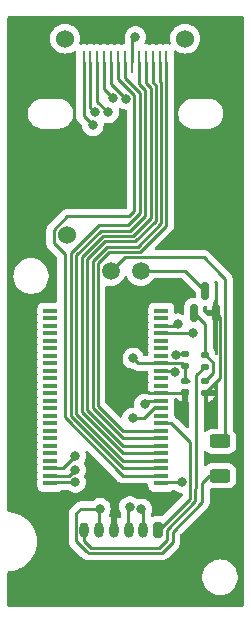
<source format=gbr>
%TF.GenerationSoftware,KiCad,Pcbnew,8.0.4*%
%TF.CreationDate,2024-08-28T21:17:21+02:00*%
%TF.ProjectId,Projektor,50726f6a-656b-4746-9f72-2e6b69636164,rev?*%
%TF.SameCoordinates,Original*%
%TF.FileFunction,Copper,L1,Top*%
%TF.FilePolarity,Positive*%
%FSLAX46Y46*%
G04 Gerber Fmt 4.6, Leading zero omitted, Abs format (unit mm)*
G04 Created by KiCad (PCBNEW 8.0.4) date 2024-08-28 21:17:21*
%MOMM*%
%LPD*%
G01*
G04 APERTURE LIST*
G04 Aperture macros list*
%AMRoundRect*
0 Rectangle with rounded corners*
0 $1 Rounding radius*
0 $2 $3 $4 $5 $6 $7 $8 $9 X,Y pos of 4 corners*
0 Add a 4 corners polygon primitive as box body*
4,1,4,$2,$3,$4,$5,$6,$7,$8,$9,$2,$3,0*
0 Add four circle primitives for the rounded corners*
1,1,$1+$1,$2,$3*
1,1,$1+$1,$4,$5*
1,1,$1+$1,$6,$7*
1,1,$1+$1,$8,$9*
0 Add four rect primitives between the rounded corners*
20,1,$1+$1,$2,$3,$4,$5,0*
20,1,$1+$1,$4,$5,$6,$7,0*
20,1,$1+$1,$6,$7,$8,$9,0*
20,1,$1+$1,$8,$9,$2,$3,0*%
G04 Aperture macros list end*
%TA.AperFunction,SMDPad,CuDef*%
%ADD10RoundRect,0.150000X0.150000X-0.587500X0.150000X0.587500X-0.150000X0.587500X-0.150000X-0.587500X0*%
%TD*%
%TA.AperFunction,ComponentPad*%
%ADD11RoundRect,0.200000X0.200000X0.450000X-0.200000X0.450000X-0.200000X-0.450000X0.200000X-0.450000X0*%
%TD*%
%TA.AperFunction,ComponentPad*%
%ADD12O,0.800000X1.300000*%
%TD*%
%TA.AperFunction,SMDPad,CuDef*%
%ADD13RoundRect,0.140000X-0.170000X0.140000X-0.170000X-0.140000X0.170000X-0.140000X0.170000X0.140000X0*%
%TD*%
%TA.AperFunction,SMDPad,CuDef*%
%ADD14RoundRect,0.250000X-0.625000X0.312500X-0.625000X-0.312500X0.625000X-0.312500X0.625000X0.312500X0*%
%TD*%
%TA.AperFunction,SMDPad,CuDef*%
%ADD15RoundRect,0.135000X-0.185000X0.135000X-0.185000X-0.135000X0.185000X-0.135000X0.185000X0.135000X0*%
%TD*%
%TA.AperFunction,SMDPad,CuDef*%
%ADD16RoundRect,0.135000X0.185000X-0.135000X0.185000X0.135000X-0.185000X0.135000X-0.185000X-0.135000X0*%
%TD*%
%TA.AperFunction,SMDPad,CuDef*%
%ADD17R,1.200000X0.400000*%
%TD*%
%TA.AperFunction,ComponentPad*%
%ADD18C,1.524000*%
%TD*%
%TA.AperFunction,SMDPad,CuDef*%
%ADD19R,0.250000X1.905000*%
%TD*%
%TA.AperFunction,ComponentPad*%
%ADD20C,1.500000*%
%TD*%
%TA.AperFunction,ViaPad*%
%ADD21C,0.800000*%
%TD*%
%TA.AperFunction,Conductor*%
%ADD22C,0.250000*%
%TD*%
G04 APERTURE END LIST*
D10*
%TO.P,Q1,1,G*%
%TO.N,Net-(Q1-G)*%
X240788025Y-46132500D03*
%TO.P,Q1,2,S*%
%TO.N,GND*%
X242688025Y-46132500D03*
%TO.P,Q1,3,D*%
%TO.N,Net-(Q1-D)*%
X241738025Y-44257500D03*
%TD*%
D11*
%TO.P,J1,1,Pin_1*%
%TO.N,CS*%
X237750000Y-64500000D03*
D12*
%TO.P,J1,2,Pin_2*%
%TO.N,DATA*%
X236500000Y-64500000D03*
%TO.P,J1,3,Pin_3*%
%TO.N,WR*%
X235250000Y-64500000D03*
%TO.P,J1,4,Pin_4*%
%TO.N,GND*%
X234000000Y-64500000D03*
%TO.P,J1,5,Pin_5*%
%TO.N,+5V*%
X232750000Y-64500000D03*
%TO.P,J1,6,Pin_6*%
%TO.N,P_LED*%
X231500000Y-64500000D03*
%TD*%
D13*
%TO.P,C1,1*%
%TO.N,+5V*%
X240038025Y-51857500D03*
%TO.P,C1,2*%
%TO.N,GND*%
X240038025Y-52817500D03*
%TD*%
D14*
%TO.P,R4,1*%
%TO.N,Net-(U1-Led+)*%
X243000000Y-57000000D03*
%TO.P,R4,2*%
%TO.N,+5V*%
X243000000Y-59925000D03*
%TD*%
D15*
%TO.P,R3,1*%
%TO.N,Net-(Q1-G)*%
X241738025Y-51857500D03*
%TO.P,R3,2*%
%TO.N,GND*%
X241738025Y-52877500D03*
%TD*%
%TO.P,R2,1*%
%TO.N,Net-(Q1-G)*%
X241738025Y-49657500D03*
%TO.P,R2,2*%
%TO.N,P_LED*%
X241738025Y-50677500D03*
%TD*%
D16*
%TO.P,R1,1*%
%TO.N,+5V*%
X240038025Y-50657500D03*
%TO.P,R1,2*%
%TO.N,Net-(U2-VLCD)*%
X240038025Y-49637500D03*
%TD*%
D17*
%TO.P,U2,1,SEG7*%
%TO.N,S8*%
X238038025Y-60562500D03*
%TO.P,U2,2,SEG6*%
%TO.N,S7*%
X238038025Y-59927500D03*
%TO.P,U2,3,SEG5*%
%TO.N,S6*%
X238038025Y-59292500D03*
%TO.P,U2,4,SEG4*%
%TO.N,S5*%
X238038025Y-58657500D03*
%TO.P,U2,5,SEG3*%
%TO.N,S4*%
X238038025Y-58022500D03*
%TO.P,U2,6,SEG2*%
%TO.N,S3*%
X238038025Y-57387500D03*
%TO.P,U2,7,SEG1*%
%TO.N,S2*%
X238038025Y-56752500D03*
%TO.P,U2,8,SEG0*%
%TO.N,S1*%
X238038025Y-56117500D03*
%TO.P,U2,9,CS*%
%TO.N,CS*%
X238038025Y-55482500D03*
%TO.P,U2,10,RD*%
%TO.N,unconnected-(U2-RD-Pad10)*%
X238038025Y-54847500D03*
%TO.P,U2,11,WR*%
%TO.N,WR*%
X238038025Y-54212500D03*
%TO.P,U2,12,DATA*%
%TO.N,DATA*%
X238038025Y-53577500D03*
%TO.P,U2,13,VSS*%
%TO.N,GND*%
X238038025Y-52942500D03*
%TO.P,U2,14,OSCO*%
%TO.N,unconnected-(U2-OSCO-Pad14)*%
X238038025Y-52307500D03*
%TO.P,U2,15,OSCI*%
%TO.N,unconnected-(U2-OSCI-Pad15)*%
X238038025Y-51672500D03*
%TO.P,U2,16,VLCD*%
%TO.N,Net-(U2-VLCD)*%
X238038025Y-51037500D03*
%TO.P,U2,17,VDD*%
%TO.N,+5V*%
X238038025Y-50402500D03*
%TO.P,U2,18,IRQ*%
%TO.N,unconnected-(U2-IRQ-Pad18)*%
X238038025Y-49767500D03*
%TO.P,U2,19,BZ*%
%TO.N,unconnected-(U2-BZ-Pad19)*%
X238038025Y-49132500D03*
%TO.P,U2,20,BZ*%
%TO.N,unconnected-(U2-BZ-Pad20)*%
X238038025Y-48497500D03*
%TO.P,U2,21,COM0*%
%TO.N,COM0*%
X238038025Y-47862500D03*
%TO.P,U2,22,COM1*%
%TO.N,COM1*%
X238038025Y-47227500D03*
%TO.P,U2,23,COM2*%
%TO.N,unconnected-(U2-COM2-Pad23)*%
X238038025Y-46592500D03*
%TO.P,U2,24,COM3*%
%TO.N,unconnected-(U2-COM3-Pad24)*%
X238038025Y-45957500D03*
%TO.P,U2,25,SEG31*%
%TO.N,unconnected-(U2-SEG31-Pad25)*%
X228638025Y-45957500D03*
%TO.P,U2,26,SEG30*%
%TO.N,unconnected-(U2-SEG30-Pad26)*%
X228638025Y-46592500D03*
%TO.P,U2,27,SEG29*%
%TO.N,unconnected-(U2-SEG29-Pad27)*%
X228638025Y-47227500D03*
%TO.P,U2,28,SEG28*%
%TO.N,unconnected-(U2-SEG28-Pad28)*%
X228638025Y-47862500D03*
%TO.P,U2,29,SEG27*%
%TO.N,unconnected-(U2-SEG27-Pad29)*%
X228638025Y-48497500D03*
%TO.P,U2,30,SEG26*%
%TO.N,unconnected-(U2-SEG26-Pad30)*%
X228638025Y-49132500D03*
%TO.P,U2,31,SEG25*%
%TO.N,unconnected-(U2-SEG25-Pad31)*%
X228638025Y-49767500D03*
%TO.P,U2,32,SEG24*%
%TO.N,unconnected-(U2-SEG24-Pad32)*%
X228638025Y-50402500D03*
%TO.P,U2,33,SEG23*%
%TO.N,unconnected-(U2-SEG23-Pad33)*%
X228638025Y-51037500D03*
%TO.P,U2,34,SEG22*%
%TO.N,unconnected-(U2-SEG22-Pad34)*%
X228638025Y-51672500D03*
%TO.P,U2,35,SEG21*%
%TO.N,unconnected-(U2-SEG21-Pad35)*%
X228638025Y-52307500D03*
%TO.P,U2,36,SEG20*%
%TO.N,unconnected-(U2-SEG20-Pad36)*%
X228638025Y-52942500D03*
%TO.P,U2,37,SEG19*%
%TO.N,unconnected-(U2-SEG19-Pad37)*%
X228638025Y-53577500D03*
%TO.P,U2,38,SEG18*%
%TO.N,unconnected-(U2-SEG18-Pad38)*%
X228638025Y-54212500D03*
%TO.P,U2,39,SEG17*%
%TO.N,unconnected-(U2-SEG17-Pad39)*%
X228638025Y-54847500D03*
%TO.P,U2,40,SEG16*%
%TO.N,unconnected-(U2-SEG16-Pad40)*%
X228638025Y-55482500D03*
%TO.P,U2,41,SEG15*%
%TO.N,unconnected-(U2-SEG15-Pad41)*%
X228638025Y-56117500D03*
%TO.P,U2,42,SEG14*%
%TO.N,unconnected-(U2-SEG14-Pad42)*%
X228638025Y-56752500D03*
%TO.P,U2,43,SEG13*%
%TO.N,unconnected-(U2-SEG13-Pad43)*%
X228638025Y-57387500D03*
%TO.P,U2,44,SEG12*%
%TO.N,unconnected-(U2-SEG12-Pad44)*%
X228638025Y-58022500D03*
%TO.P,U2,45,SEG11*%
%TO.N,unconnected-(U2-SEG11-Pad45)*%
X228638025Y-58657500D03*
%TO.P,U2,46,SEG10*%
%TO.N,S11*%
X228638025Y-59292500D03*
%TO.P,U2,47,SEG9*%
%TO.N,S10*%
X228638025Y-59927500D03*
%TO.P,U2,48,SEG8*%
%TO.N,S9*%
X228638025Y-60562500D03*
%TD*%
D18*
%TO.P,U1,*%
%TO.N,*%
X229875000Y-22900000D03*
X230005000Y-39537000D03*
X240035000Y-22900000D03*
D19*
%TO.P,U1,1,1*%
%TO.N,S11*%
X231442600Y-24851500D03*
%TO.P,U1,2,2*%
%TO.N,S10*%
X232027600Y-24851500D03*
%TO.P,U1,3,3*%
%TO.N,S9*%
X232612600Y-24851500D03*
%TO.P,U1,4,4*%
%TO.N,COM1*%
X233197600Y-24851500D03*
%TO.P,U1,5,5*%
%TO.N,S8*%
X233782600Y-24851500D03*
%TO.P,U1,6,6*%
%TO.N,S7*%
X234367600Y-24851500D03*
%TO.P,U1,7,7*%
%TO.N,S6*%
X234952600Y-24851500D03*
%TO.P,U1,8,8*%
%TO.N,COM0*%
X235537600Y-24851500D03*
%TO.P,U1,9,9*%
%TO.N,S5*%
X236122600Y-24851500D03*
%TO.P,U1,10,10*%
%TO.N,S4*%
X236707600Y-24851500D03*
%TO.P,U1,11,11*%
%TO.N,S3*%
X237292600Y-24851500D03*
%TO.P,U1,12,12*%
%TO.N,S2*%
X237877600Y-24851500D03*
%TO.P,U1,13,13*%
%TO.N,S1*%
X238462600Y-24851500D03*
D20*
%TO.P,U1,14,Led+*%
%TO.N,Net-(U1-Led+)*%
X233745000Y-42585000D03*
%TO.P,U1,15,Led-*%
%TO.N,Net-(Q1-D)*%
X236285000Y-42585000D03*
%TD*%
D21*
%TO.N,+5V*%
X235648025Y-49967500D03*
X232838025Y-62700000D03*
%TO.N,GND*%
X235000000Y-68000000D03*
X236000000Y-52000000D03*
X242200000Y-54100000D03*
X234000000Y-62000000D03*
%TO.N,DATA*%
X236638025Y-53857500D03*
X236338025Y-62757500D03*
%TO.N,WR*%
X235362324Y-62540677D03*
X235613525Y-55057500D03*
%TO.N,Net-(U2-VLCD)*%
X239221459Y-51169185D03*
X239288525Y-49678000D03*
%TO.N,S11*%
X232238025Y-30257500D03*
X230738025Y-58257500D03*
%TO.N,S10*%
X230725477Y-59445449D03*
X232438025Y-29157500D03*
%TO.N,S9*%
X233538025Y-29157500D03*
X230738025Y-60457500D03*
%TO.N,COM1*%
X233893437Y-27898505D03*
X239415090Y-47073386D03*
%TO.N,S8*%
X239738025Y-60457500D03*
X235007528Y-27987997D03*
%TO.N,COM0*%
X235838025Y-22757500D03*
X240738025Y-47857500D03*
%TD*%
D22*
%TO.N,+5V*%
X232738025Y-64607500D02*
X232738025Y-62857500D01*
X240038025Y-51857500D02*
X240038025Y-50657500D01*
X239000000Y-65507829D02*
X239000000Y-64636396D01*
X242075000Y-59925000D02*
X243000000Y-59925000D01*
X231200000Y-62700000D02*
X230800000Y-63100000D01*
X230800000Y-65445383D02*
X231657552Y-66302935D01*
X231657552Y-66302935D02*
X231697065Y-66302935D01*
X240038025Y-51857500D02*
X240348024Y-51857500D01*
X232838025Y-62700000D02*
X231200000Y-62700000D01*
X241500000Y-62136396D02*
X241500000Y-60500000D01*
X239783025Y-50402500D02*
X238038025Y-50402500D01*
X240038025Y-50657500D02*
X239783025Y-50402500D01*
X241500000Y-60500000D02*
X242075000Y-59925000D01*
X236083025Y-50402500D02*
X238038025Y-50402500D01*
X239000000Y-64636396D02*
X241500000Y-62136396D01*
X235648025Y-49967500D02*
X236083025Y-50402500D01*
X232738025Y-62857500D02*
X232838025Y-62757500D01*
X238057829Y-66450000D02*
X239000000Y-65507829D01*
X231697065Y-66302935D02*
X231844130Y-66450000D01*
X230800000Y-63100000D02*
X230800000Y-65445383D01*
X231844130Y-66450000D02*
X238057829Y-66450000D01*
%TO.N,GND*%
X233988025Y-64607500D02*
X233988025Y-62011975D01*
X242988025Y-46432500D02*
X242688025Y-46132500D01*
X242988025Y-51627500D02*
X242988025Y-46432500D01*
X239913025Y-52942500D02*
X240038025Y-52817500D01*
X238038025Y-52942500D02*
X239913025Y-52942500D01*
X236942500Y-52942500D02*
X236000000Y-52000000D01*
X238038025Y-52942500D02*
X236942500Y-52942500D01*
X241738025Y-53638025D02*
X242200000Y-54100000D01*
X241738025Y-52877500D02*
X242988025Y-51627500D01*
X233988025Y-62011975D02*
X234000000Y-62000000D01*
X241738025Y-52877500D02*
X241738025Y-53638025D01*
%TO.N,CS*%
X238888025Y-55482500D02*
X238038025Y-55482500D01*
X240463025Y-61882500D02*
X240463025Y-57057500D01*
X240463025Y-57057500D02*
X238888025Y-55482500D01*
X237738025Y-64607500D02*
X240463025Y-61882500D01*
%TO.N,DATA*%
X236488025Y-62907500D02*
X236338025Y-62757500D01*
X236638025Y-53857500D02*
X236918025Y-53577500D01*
X236488025Y-64607500D02*
X236488025Y-62907500D01*
X236918025Y-53577500D02*
X238038025Y-53577500D01*
%TO.N,WR*%
X235238025Y-62664976D02*
X235362324Y-62540677D01*
X236538025Y-55057500D02*
X237383025Y-54212500D01*
X237383025Y-54212500D02*
X238038025Y-54212500D01*
X235238025Y-64607500D02*
X235238025Y-62664976D01*
X235613525Y-55057500D02*
X236538025Y-55057500D01*
%TO.N,P_LED*%
X241000000Y-60913025D02*
X241000000Y-51415525D01*
X241000000Y-51415525D02*
X241738025Y-50677500D01*
X237871433Y-66000000D02*
X238500000Y-65371433D01*
X240913025Y-62086975D02*
X240913025Y-61000000D01*
X238500000Y-65371433D02*
X238500000Y-64500000D01*
X231488025Y-64607500D02*
X231488025Y-65457499D01*
X231488025Y-65457499D02*
X232030526Y-66000000D01*
X240913025Y-61000000D02*
X241000000Y-60913025D01*
X232030526Y-66000000D02*
X237871433Y-66000000D01*
X238500000Y-64500000D02*
X240913025Y-62086975D01*
%TO.N,Net-(Q1-G)*%
X242383025Y-50302500D02*
X241738025Y-49657500D01*
X241738025Y-51857500D02*
X242383025Y-51212500D01*
X242383025Y-51212500D02*
X242383025Y-50302500D01*
X241738025Y-49657500D02*
X241738025Y-47082500D01*
X241738025Y-47082500D02*
X240788025Y-46132500D01*
%TO.N,Net-(Q1-D)*%
X241738025Y-44257500D02*
X240065525Y-42585000D01*
X240065525Y-42585000D02*
X236285000Y-42585000D01*
%TO.N,Net-(U2-VLCD)*%
X239329025Y-49637500D02*
X239288525Y-49678000D01*
X238038025Y-51037500D02*
X239089774Y-51037500D01*
X239089774Y-51037500D02*
X239221459Y-51169185D01*
X240038025Y-49637500D02*
X239329025Y-49637500D01*
%TO.N,S11*%
X230738025Y-58257500D02*
X229703025Y-59292500D01*
X231442600Y-29462075D02*
X232238025Y-30257500D01*
X231442600Y-24851500D02*
X231442600Y-29462075D01*
X229703025Y-59292500D02*
X228638025Y-59292500D01*
%TO.N,S10*%
X228638025Y-59927500D02*
X230243426Y-59927500D01*
X230243426Y-59927500D02*
X230725477Y-59445449D01*
X232027600Y-28747075D02*
X232027600Y-24851500D01*
X232438025Y-29157500D02*
X232027600Y-28747075D01*
%TO.N,S9*%
X230738025Y-60457500D02*
X228743025Y-60457500D01*
X228743025Y-60457500D02*
X228638025Y-60562500D01*
X232612600Y-28232075D02*
X233538025Y-29157500D01*
X232612600Y-24851500D02*
X232612600Y-28232075D01*
%TO.N,COM1*%
X239415090Y-47073386D02*
X239260976Y-47227500D01*
X239260976Y-47227500D02*
X238038025Y-47227500D01*
X233197600Y-27202668D02*
X233893437Y-27898505D01*
X233197600Y-24851500D02*
X233197600Y-27202668D01*
%TO.N,S8*%
X239738025Y-60457500D02*
X238143025Y-60457500D01*
X238143025Y-60457500D02*
X238038025Y-60562500D01*
X233782600Y-24851500D02*
X233782600Y-26763069D01*
X233782600Y-26763069D02*
X235007528Y-27987997D01*
%TO.N,S7*%
X229838025Y-54975876D02*
X234789649Y-59927500D01*
X235738025Y-37521104D02*
X235319827Y-37939302D01*
X234367600Y-26323471D02*
X235738025Y-27693896D01*
X229838025Y-41157500D02*
X229838025Y-54975876D01*
X228918000Y-39086749D02*
X228918000Y-40237475D01*
X235738025Y-27693896D02*
X235738025Y-37521104D01*
X234367600Y-24851500D02*
X234367600Y-26323471D01*
X230065447Y-37939302D02*
X228918000Y-39086749D01*
X235319827Y-37939302D02*
X230065447Y-37939302D01*
X234789649Y-59927500D02*
X238038025Y-59927500D01*
X228918000Y-40237475D02*
X229838025Y-41157500D01*
%TO.N,S6*%
X236212600Y-37682925D02*
X236212600Y-27532075D01*
X235238025Y-38657500D02*
X236212600Y-37682925D01*
X230338025Y-54839480D02*
X230338025Y-41075520D01*
X234952600Y-26272075D02*
X234952600Y-24851500D01*
X236212600Y-27532075D02*
X234952600Y-26272075D01*
X238038025Y-59292500D02*
X234791045Y-59292500D01*
X230338025Y-41075520D02*
X232756045Y-38657500D01*
X232756045Y-38657500D02*
X235238025Y-38657500D01*
X234791045Y-59292500D02*
X230338025Y-54839480D01*
%TO.N,COM0*%
X235537600Y-23057925D02*
X235838025Y-22757500D01*
X240733025Y-47862500D02*
X240738025Y-47857500D01*
X235537600Y-24851500D02*
X235537600Y-23057925D01*
X238038025Y-47862500D02*
X240733025Y-47862500D01*
%TO.N,S5*%
X238038025Y-58657500D02*
X234792441Y-58657500D01*
X230838025Y-41211916D02*
X232892441Y-39157500D01*
X232892441Y-39157500D02*
X235401629Y-39157500D01*
X236662600Y-27254867D02*
X236122600Y-26714867D01*
X234792441Y-58657500D02*
X230838025Y-54703084D01*
X236662600Y-37896529D02*
X236662600Y-27254867D01*
X230838025Y-54703084D02*
X230838025Y-41211916D01*
X236122600Y-26714867D02*
X236122600Y-24851500D01*
X235401629Y-39157500D02*
X236662600Y-37896529D01*
%TO.N,S4*%
X236707600Y-26663471D02*
X236707600Y-24851500D01*
X237112600Y-27068471D02*
X236707600Y-26663471D01*
X235588025Y-39607500D02*
X237112600Y-38082925D01*
X238038025Y-58022500D02*
X234793837Y-58022500D01*
X233078837Y-39607500D02*
X235588025Y-39607500D01*
X231288025Y-41398312D02*
X233078837Y-39607500D01*
X234793837Y-58022500D02*
X231288025Y-54516688D01*
X237112600Y-38082925D02*
X237112600Y-27068471D01*
X231288025Y-54516688D02*
X231288025Y-41398312D01*
%TO.N,S3*%
X237292600Y-26612075D02*
X237292600Y-24851500D01*
X231738025Y-41584708D02*
X233265233Y-40057500D01*
X238038025Y-57387500D02*
X234795233Y-57387500D01*
X237562600Y-38332925D02*
X237562600Y-26882075D01*
X237562600Y-26882075D02*
X237292600Y-26612075D01*
X234795233Y-57387500D02*
X231738025Y-54330292D01*
X231738025Y-54330292D02*
X231738025Y-41584708D01*
X235838025Y-40057500D02*
X237562600Y-38332925D01*
X233265233Y-40057500D02*
X235838025Y-40057500D01*
%TO.N,S2*%
X238012600Y-26657500D02*
X237877600Y-26522500D01*
X232220000Y-41739129D02*
X233451629Y-40507500D01*
X232220000Y-54175871D02*
X232220000Y-41739129D01*
X234796629Y-56752500D02*
X232220000Y-54175871D01*
X236051629Y-40507500D02*
X238012600Y-38546529D01*
X238012600Y-38546529D02*
X238012600Y-26657500D01*
X233451629Y-40507500D02*
X236051629Y-40507500D01*
X237877600Y-26522500D02*
X237877600Y-24851500D01*
X238038025Y-56752500D02*
X234796629Y-56752500D01*
%TO.N,S1*%
X233638025Y-40957500D02*
X232670000Y-41925525D01*
X236238025Y-40957500D02*
X233638025Y-40957500D01*
X232738025Y-54057500D02*
X234798025Y-56117500D01*
X232670000Y-41925525D02*
X232670000Y-53989475D01*
X238462600Y-24851500D02*
X238462600Y-38732925D01*
X232670000Y-53989475D02*
X232738025Y-54057500D01*
X234798025Y-56117500D02*
X238038025Y-56117500D01*
X238462600Y-38732925D02*
X236238025Y-40957500D01*
%TO.N,Net-(U1-Led+)*%
X241607500Y-41407500D02*
X234922500Y-41407500D01*
X243438025Y-56561975D02*
X243438025Y-43238025D01*
X243100000Y-42900000D02*
X241607500Y-41407500D01*
X243438025Y-43238025D02*
X243100000Y-42900000D01*
X234922500Y-41407500D02*
X233745000Y-42585000D01*
X243000000Y-57000000D02*
X243438025Y-56561975D01*
%TD*%
%TA.AperFunction,Conductor*%
%TO.N,GND*%
G36*
X233788060Y-64641614D02*
G01*
X233858386Y-64711940D01*
X233950272Y-64750000D01*
X233874000Y-64750000D01*
X233806961Y-64730315D01*
X233761206Y-64677511D01*
X233750000Y-64626000D01*
X233750000Y-64549728D01*
X233788060Y-64641614D01*
G37*
%TD.AperFunction*%
%TA.AperFunction,Conductor*%
G36*
X234250000Y-64626000D02*
G01*
X234230315Y-64693039D01*
X234177511Y-64738794D01*
X234126000Y-64750000D01*
X234049728Y-64750000D01*
X234141614Y-64711940D01*
X234211940Y-64641614D01*
X234250000Y-64549728D01*
X234250000Y-64626000D01*
G37*
%TD.AperFunction*%
%TA.AperFunction,Conductor*%
G36*
X242731868Y-51850773D02*
G01*
X242787798Y-51892649D01*
X242812210Y-51958115D01*
X242812525Y-51966951D01*
X242812525Y-55813000D01*
X242792840Y-55880039D01*
X242740036Y-55925794D01*
X242688525Y-55937000D01*
X242324998Y-55937000D01*
X242324980Y-55937001D01*
X242222203Y-55947500D01*
X242222200Y-55947501D01*
X242055668Y-56002685D01*
X242055663Y-56002687D01*
X241906342Y-56094789D01*
X241837181Y-56163951D01*
X241775858Y-56197436D01*
X241706166Y-56192452D01*
X241650233Y-56150580D01*
X241625816Y-56085116D01*
X241625500Y-56076270D01*
X241625500Y-53647430D01*
X241988025Y-53647430D01*
X242023147Y-53644667D01*
X242023153Y-53644666D01*
X242177213Y-53599907D01*
X242177216Y-53599906D01*
X242315310Y-53518238D01*
X242315319Y-53518231D01*
X242428756Y-53404794D01*
X242428763Y-53404785D01*
X242510429Y-53266694D01*
X242550869Y-53127500D01*
X241988025Y-53127500D01*
X241988025Y-53647430D01*
X241625500Y-53647430D01*
X241625500Y-52751999D01*
X241645185Y-52684960D01*
X241697989Y-52639205D01*
X241749500Y-52627999D01*
X241987193Y-52627999D01*
X241987205Y-52627999D01*
X241987218Y-52627998D01*
X241988693Y-52627882D01*
X241998418Y-52627500D01*
X242550869Y-52627500D01*
X242510429Y-52488305D01*
X242476606Y-52431112D01*
X242459423Y-52363388D01*
X242476607Y-52304869D01*
X242510892Y-52246896D01*
X242510894Y-52246893D01*
X242555690Y-52092704D01*
X242558525Y-52056681D01*
X242558524Y-51972950D01*
X242578208Y-51905913D01*
X242594841Y-51885272D01*
X242600853Y-51879260D01*
X242662177Y-51845783D01*
X242731868Y-51850773D01*
G37*
%TD.AperFunction*%
%TA.AperFunction,Conductor*%
G36*
X240317539Y-52657685D02*
G01*
X240363294Y-52710489D01*
X240374500Y-52762000D01*
X240374500Y-52943500D01*
X240354815Y-53010539D01*
X240302011Y-53056294D01*
X240298458Y-53057066D01*
X240288025Y-53067500D01*
X240288025Y-53596290D01*
X240307120Y-53613943D01*
X240309147Y-53614369D01*
X240358904Y-53663420D01*
X240374500Y-53723624D01*
X240374500Y-55785022D01*
X240354815Y-55852061D01*
X240302011Y-55897816D01*
X240232853Y-55907760D01*
X240169297Y-55878735D01*
X240162819Y-55872703D01*
X239380953Y-55090838D01*
X239380950Y-55090834D01*
X239380950Y-55090835D01*
X239373883Y-55083768D01*
X239373883Y-55083767D01*
X239286758Y-54996642D01*
X239286757Y-54996641D01*
X239286756Y-54996640D01*
X239225622Y-54955792D01*
X239225619Y-54955790D01*
X239193630Y-54934414D01*
X239148826Y-54880800D01*
X239138524Y-54831314D01*
X239138524Y-54599629D01*
X239138522Y-54599610D01*
X239132464Y-54543255D01*
X239132464Y-54516744D01*
X239138524Y-54460380D01*
X239138525Y-54460373D01*
X239138524Y-53964628D01*
X239132464Y-53908254D01*
X239132464Y-53881744D01*
X239138524Y-53825380D01*
X239138525Y-53825373D01*
X239138524Y-53431710D01*
X239158208Y-53364672D01*
X239211012Y-53318917D01*
X239280171Y-53308973D01*
X239343726Y-53337998D01*
X239352689Y-53347461D01*
X239352789Y-53347362D01*
X239472641Y-53467214D01*
X239472650Y-53467221D01*
X239611829Y-53549531D01*
X239767114Y-53594645D01*
X239788025Y-53596289D01*
X239788025Y-52762000D01*
X239807710Y-52694961D01*
X239860514Y-52649206D01*
X239912025Y-52638000D01*
X240250500Y-52638000D01*
X240317539Y-52657685D01*
G37*
%TD.AperFunction*%
%TA.AperFunction,Conductor*%
G36*
X235082865Y-43010041D02*
G01*
X235127381Y-43061414D01*
X235197898Y-43212639D01*
X235323402Y-43391877D01*
X235478123Y-43546598D01*
X235657361Y-43672102D01*
X235855670Y-43764575D01*
X236067023Y-43821207D01*
X236249926Y-43837208D01*
X236284998Y-43840277D01*
X236285000Y-43840277D01*
X236285002Y-43840277D01*
X236313254Y-43837805D01*
X236502977Y-43821207D01*
X236714330Y-43764575D01*
X236912639Y-43672102D01*
X237091877Y-43546598D01*
X237246598Y-43391877D01*
X237336575Y-43263375D01*
X237391151Y-43219752D01*
X237438149Y-43210500D01*
X239755073Y-43210500D01*
X239822112Y-43230185D01*
X239842754Y-43246819D01*
X240901206Y-44305271D01*
X240934691Y-44366594D01*
X240937525Y-44392952D01*
X240937525Y-44770500D01*
X240917840Y-44837539D01*
X240865036Y-44883294D01*
X240813525Y-44894500D01*
X240572323Y-44894500D01*
X240535457Y-44897401D01*
X240535451Y-44897402D01*
X240377631Y-44943254D01*
X240377628Y-44943255D01*
X240236162Y-45026917D01*
X240236154Y-45026923D01*
X240119948Y-45143129D01*
X240119942Y-45143137D01*
X240036280Y-45284603D01*
X240036279Y-45284606D01*
X239990427Y-45442426D01*
X239990426Y-45442432D01*
X239987525Y-45479298D01*
X239987525Y-46151587D01*
X239967840Y-46218626D01*
X239915036Y-46264381D01*
X239845878Y-46274325D01*
X239813089Y-46264866D01*
X239694897Y-46212243D01*
X239694892Y-46212241D01*
X239541878Y-46179718D01*
X239509736Y-46172886D01*
X239320444Y-46172886D01*
X239288301Y-46179717D01*
X239218636Y-46174401D01*
X239162903Y-46132263D01*
X239138799Y-46066682D01*
X239138524Y-46058448D01*
X239138524Y-45709628D01*
X239132116Y-45650017D01*
X239081821Y-45515169D01*
X239081820Y-45515168D01*
X239081818Y-45515164D01*
X238995572Y-45399955D01*
X238995569Y-45399952D01*
X238880360Y-45313706D01*
X238880353Y-45313702D01*
X238745507Y-45263408D01*
X238745508Y-45263408D01*
X238685908Y-45257001D01*
X238685906Y-45257000D01*
X238685898Y-45257000D01*
X238685889Y-45257000D01*
X237390154Y-45257000D01*
X237390148Y-45257001D01*
X237330541Y-45263408D01*
X237195696Y-45313702D01*
X237195689Y-45313706D01*
X237080480Y-45399952D01*
X237080477Y-45399955D01*
X236994231Y-45515164D01*
X236994227Y-45515171D01*
X236943935Y-45650013D01*
X236943934Y-45650017D01*
X236937525Y-45709627D01*
X236937525Y-45709634D01*
X236937525Y-45709635D01*
X236937525Y-46205370D01*
X236937526Y-46205376D01*
X236943586Y-46261749D01*
X236943586Y-46288253D01*
X236937525Y-46344627D01*
X236937525Y-46344632D01*
X236937525Y-46344633D01*
X236937525Y-46840370D01*
X236937526Y-46840376D01*
X236943586Y-46896749D01*
X236943586Y-46923253D01*
X236937525Y-46979627D01*
X236937525Y-46979632D01*
X236937525Y-46979633D01*
X236937525Y-47475370D01*
X236937526Y-47475376D01*
X236943586Y-47531749D01*
X236943586Y-47558253D01*
X236937525Y-47614627D01*
X236937525Y-47614632D01*
X236937525Y-47614633D01*
X236937525Y-48110370D01*
X236937526Y-48110376D01*
X236943586Y-48166749D01*
X236943586Y-48193253D01*
X236937525Y-48249627D01*
X236937525Y-48249632D01*
X236937525Y-48249633D01*
X236937525Y-48745370D01*
X236937526Y-48745376D01*
X236943586Y-48801749D01*
X236943586Y-48828253D01*
X236937525Y-48884627D01*
X236937525Y-48884632D01*
X236937525Y-48884633D01*
X236937525Y-49380370D01*
X236937526Y-49380376D01*
X236943586Y-49436749D01*
X236943586Y-49463253D01*
X236937525Y-49519627D01*
X236937525Y-49641761D01*
X236937526Y-49652999D01*
X236917842Y-49720039D01*
X236865038Y-49765794D01*
X236813526Y-49777000D01*
X236623061Y-49777000D01*
X236556022Y-49757315D01*
X236510267Y-49704511D01*
X236505130Y-49691318D01*
X236475206Y-49599221D01*
X236475203Y-49599215D01*
X236445662Y-49548048D01*
X236380558Y-49435284D01*
X236253896Y-49294612D01*
X236253895Y-49294611D01*
X236100759Y-49183351D01*
X236100754Y-49183348D01*
X235927832Y-49106357D01*
X235927827Y-49106355D01*
X235782026Y-49075365D01*
X235742671Y-49067000D01*
X235553379Y-49067000D01*
X235520922Y-49073898D01*
X235368222Y-49106355D01*
X235368217Y-49106357D01*
X235195295Y-49183348D01*
X235195290Y-49183351D01*
X235042154Y-49294611D01*
X234915491Y-49435285D01*
X234820846Y-49599215D01*
X234820843Y-49599222D01*
X234769476Y-49757315D01*
X234762351Y-49779244D01*
X234742565Y-49967500D01*
X234762351Y-50155756D01*
X234762352Y-50155759D01*
X234820843Y-50335777D01*
X234820846Y-50335784D01*
X234915492Y-50499716D01*
X235017862Y-50613409D01*
X235042154Y-50640388D01*
X235195290Y-50751648D01*
X235195295Y-50751651D01*
X235368217Y-50828642D01*
X235368222Y-50828644D01*
X235553379Y-50868000D01*
X235616209Y-50868000D01*
X235683248Y-50887685D01*
X235685100Y-50888898D01*
X235746115Y-50929667D01*
X235786740Y-50956812D01*
X235844964Y-50980929D01*
X235900573Y-51003963D01*
X235960996Y-51015981D01*
X236021418Y-51028000D01*
X236021419Y-51028000D01*
X236813525Y-51028000D01*
X236880564Y-51047685D01*
X236926319Y-51100489D01*
X236937525Y-51151999D01*
X236937525Y-51285369D01*
X236937526Y-51285376D01*
X236943586Y-51341749D01*
X236943586Y-51368253D01*
X236937525Y-51424627D01*
X236937525Y-51424632D01*
X236937525Y-51424633D01*
X236937525Y-51920370D01*
X236937526Y-51920376D01*
X236943586Y-51976749D01*
X236943586Y-52003253D01*
X236937525Y-52059627D01*
X236937525Y-52059632D01*
X236937525Y-52059633D01*
X236937525Y-52555370D01*
X236937526Y-52555376D01*
X236943838Y-52614092D01*
X236943838Y-52640599D01*
X236938025Y-52694669D01*
X236938025Y-52834002D01*
X236918340Y-52901041D01*
X236865536Y-52946796D01*
X236838213Y-52955620D01*
X236805355Y-52962155D01*
X236755388Y-52961828D01*
X236732672Y-52957000D01*
X236732671Y-52957000D01*
X236543379Y-52957000D01*
X236510922Y-52963898D01*
X236358222Y-52996355D01*
X236358217Y-52996357D01*
X236185295Y-53073348D01*
X236185290Y-53073351D01*
X236032154Y-53184611D01*
X235905491Y-53325285D01*
X235810846Y-53489215D01*
X235810843Y-53489222D01*
X235754243Y-53663420D01*
X235752351Y-53669244D01*
X235732565Y-53857500D01*
X235749648Y-54020041D01*
X235737080Y-54088768D01*
X235689348Y-54139792D01*
X235626328Y-54157000D01*
X235518879Y-54157000D01*
X235486422Y-54163898D01*
X235333722Y-54196355D01*
X235333717Y-54196357D01*
X235160795Y-54273348D01*
X235160790Y-54273351D01*
X235007654Y-54384611D01*
X234880991Y-54525285D01*
X234786346Y-54689215D01*
X234786343Y-54689222D01*
X234727851Y-54869242D01*
X234727851Y-54869244D01*
X234727111Y-54876282D01*
X234700523Y-54940895D01*
X234643224Y-54980877D01*
X234573405Y-54983533D01*
X234516110Y-54950995D01*
X233331819Y-53766704D01*
X233298334Y-53705381D01*
X233295500Y-53679023D01*
X233295500Y-43920770D01*
X233315185Y-43853731D01*
X233367989Y-43807976D01*
X233437147Y-43798032D01*
X233451581Y-43800992D01*
X233527023Y-43821207D01*
X233714787Y-43837633D01*
X233744998Y-43840277D01*
X233745000Y-43840277D01*
X233745002Y-43840277D01*
X233773254Y-43837805D01*
X233962977Y-43821207D01*
X234174330Y-43764575D01*
X234372639Y-43672102D01*
X234551877Y-43546598D01*
X234706598Y-43391877D01*
X234832102Y-43212639D01*
X234902618Y-43061414D01*
X234948790Y-43008977D01*
X235015984Y-42989825D01*
X235082865Y-43010041D01*
G37*
%TD.AperFunction*%
%TA.AperFunction,Conductor*%
G36*
X242699083Y-43394556D02*
G01*
X242734933Y-43419523D01*
X242776206Y-43460796D01*
X242809691Y-43522119D01*
X242812525Y-43548477D01*
X242812525Y-49548048D01*
X242792840Y-49615087D01*
X242740036Y-49660842D01*
X242670878Y-49670786D01*
X242607322Y-49641761D01*
X242600844Y-49635729D01*
X242594843Y-49629728D01*
X242561358Y-49568405D01*
X242558524Y-49542047D01*
X242558524Y-49458331D01*
X242558523Y-49458306D01*
X242557081Y-49439983D01*
X242555690Y-49422296D01*
X242510894Y-49268107D01*
X242429160Y-49129902D01*
X242429158Y-49129900D01*
X242429155Y-49129896D01*
X242399844Y-49100585D01*
X242366359Y-49039262D01*
X242363525Y-49012904D01*
X242363525Y-47490401D01*
X242383210Y-47423362D01*
X242403354Y-47399345D01*
X242438025Y-47367295D01*
X242438025Y-46382500D01*
X241973977Y-46382500D01*
X241906938Y-46362815D01*
X241886296Y-46346181D01*
X241624844Y-46084729D01*
X241591359Y-46023406D01*
X241588525Y-45997048D01*
X241588525Y-45619500D01*
X241608210Y-45552461D01*
X241661014Y-45506706D01*
X241712525Y-45495500D01*
X241764025Y-45495500D01*
X241831064Y-45515185D01*
X241876819Y-45567989D01*
X241888025Y-45619500D01*
X241888025Y-45882500D01*
X242438025Y-45882500D01*
X242438025Y-45226814D01*
X242455292Y-45163694D01*
X242489769Y-45105398D01*
X242535623Y-44947569D01*
X242538525Y-44910694D01*
X242538525Y-43604306D01*
X242535623Y-43567431D01*
X242528176Y-43541798D01*
X242528374Y-43471932D01*
X242566315Y-43413261D01*
X242629953Y-43384417D01*
X242699083Y-43394556D01*
G37*
%TD.AperFunction*%
%TA.AperFunction,Conductor*%
G36*
X244943039Y-21019685D02*
G01*
X244988794Y-21072489D01*
X245000000Y-21124000D01*
X245000000Y-70876000D01*
X244980315Y-70943039D01*
X244927511Y-70988794D01*
X244876000Y-71000000D01*
X225124000Y-71000000D01*
X225056961Y-70980315D01*
X225011206Y-70927511D01*
X225000000Y-70876000D01*
X225000000Y-68375920D01*
X241502562Y-68375920D01*
X241502562Y-68624079D01*
X241543408Y-68868862D01*
X241623984Y-69103572D01*
X241623989Y-69103582D01*
X241742094Y-69321822D01*
X241742100Y-69321831D01*
X241894517Y-69517656D01*
X241894520Y-69517660D01*
X241894522Y-69517662D01*
X241894523Y-69517663D01*
X242077102Y-69685739D01*
X242284855Y-69821471D01*
X242512116Y-69921157D01*
X242752685Y-69982077D01*
X242835123Y-69988908D01*
X242999994Y-70002571D01*
X243000000Y-70002571D01*
X243000006Y-70002571D01*
X243148389Y-69990274D01*
X243247315Y-69982077D01*
X243487884Y-69921157D01*
X243715145Y-69821471D01*
X243922898Y-69685739D01*
X244105477Y-69517663D01*
X244257902Y-69321828D01*
X244376014Y-69103576D01*
X244456592Y-68868859D01*
X244497438Y-68624081D01*
X244500000Y-68500000D01*
X244497438Y-68375919D01*
X244456592Y-68131141D01*
X244376014Y-67896424D01*
X244326568Y-67805057D01*
X244257905Y-67678177D01*
X244257899Y-67678168D01*
X244105482Y-67482343D01*
X244105479Y-67482339D01*
X243922899Y-67314262D01*
X243922895Y-67314259D01*
X243715146Y-67178529D01*
X243487884Y-67078843D01*
X243247311Y-67017922D01*
X243000006Y-66997430D01*
X242999994Y-66997430D01*
X242752688Y-67017922D01*
X242512115Y-67078843D01*
X242284853Y-67178529D01*
X242077104Y-67314259D01*
X242077100Y-67314262D01*
X241894520Y-67482339D01*
X241894517Y-67482343D01*
X241742100Y-67678168D01*
X241742094Y-67678177D01*
X241623989Y-67896417D01*
X241623984Y-67896427D01*
X241543408Y-68131137D01*
X241502562Y-68375920D01*
X225000000Y-68375920D01*
X225000000Y-68122068D01*
X225019685Y-68055029D01*
X225072489Y-68009274D01*
X225122050Y-67998083D01*
X225157131Y-67997533D01*
X225157138Y-67997532D01*
X225157141Y-67997532D01*
X225313023Y-67977839D01*
X225468916Y-67958146D01*
X225773306Y-67879992D01*
X225773309Y-67879991D01*
X226065492Y-67764308D01*
X226065496Y-67764305D01*
X226065501Y-67764304D01*
X226340891Y-67612907D01*
X226595135Y-67428187D01*
X226824223Y-67213060D01*
X227024542Y-66970916D01*
X227192932Y-66705575D01*
X227326739Y-66421221D01*
X227423852Y-66122339D01*
X227482739Y-65813643D01*
X227485475Y-65770168D01*
X227502472Y-65500005D01*
X227502472Y-65499994D01*
X227482740Y-65186364D01*
X227482739Y-65186357D01*
X227423852Y-64877661D01*
X227326739Y-64578779D01*
X227192932Y-64294425D01*
X227024542Y-64029084D01*
X226824223Y-63786940D01*
X226595135Y-63571813D01*
X226340891Y-63387093D01*
X226340887Y-63387091D01*
X226340878Y-63387085D01*
X226065500Y-63235695D01*
X226065492Y-63235691D01*
X225773309Y-63120008D01*
X225773306Y-63120007D01*
X225468919Y-63041854D01*
X225468906Y-63041852D01*
X225157138Y-63002467D01*
X225157142Y-63002467D01*
X225122051Y-63001916D01*
X225055329Y-62981180D01*
X225010410Y-62927663D01*
X225000000Y-62877931D01*
X225000000Y-45709627D01*
X227537525Y-45709627D01*
X227537525Y-45709634D01*
X227537525Y-45709635D01*
X227537525Y-46205370D01*
X227537526Y-46205376D01*
X227543586Y-46261749D01*
X227543586Y-46288253D01*
X227537525Y-46344627D01*
X227537525Y-46344632D01*
X227537525Y-46344633D01*
X227537525Y-46840370D01*
X227537526Y-46840376D01*
X227543586Y-46896749D01*
X227543586Y-46923253D01*
X227537525Y-46979627D01*
X227537525Y-46979632D01*
X227537525Y-46979633D01*
X227537525Y-47475370D01*
X227537526Y-47475376D01*
X227543586Y-47531749D01*
X227543586Y-47558253D01*
X227537525Y-47614627D01*
X227537525Y-47614632D01*
X227537525Y-47614633D01*
X227537525Y-48110370D01*
X227537526Y-48110376D01*
X227543586Y-48166749D01*
X227543586Y-48193253D01*
X227537525Y-48249627D01*
X227537525Y-48249632D01*
X227537525Y-48249633D01*
X227537525Y-48745370D01*
X227537526Y-48745376D01*
X227543586Y-48801749D01*
X227543586Y-48828253D01*
X227537525Y-48884627D01*
X227537525Y-48884632D01*
X227537525Y-48884633D01*
X227537525Y-49380370D01*
X227537526Y-49380376D01*
X227543586Y-49436749D01*
X227543586Y-49463253D01*
X227537525Y-49519627D01*
X227537525Y-49519632D01*
X227537525Y-49519633D01*
X227537525Y-50015370D01*
X227537526Y-50015376D01*
X227543586Y-50071749D01*
X227543586Y-50098253D01*
X227537525Y-50154627D01*
X227537525Y-50154632D01*
X227537525Y-50154633D01*
X227537525Y-50650370D01*
X227537526Y-50650376D01*
X227543586Y-50706749D01*
X227543586Y-50733253D01*
X227537525Y-50789627D01*
X227537525Y-50789632D01*
X227537525Y-50789633D01*
X227537525Y-51285370D01*
X227537526Y-51285376D01*
X227543586Y-51341749D01*
X227543586Y-51368253D01*
X227537525Y-51424627D01*
X227537525Y-51424632D01*
X227537525Y-51424633D01*
X227537525Y-51920370D01*
X227537526Y-51920376D01*
X227543586Y-51976749D01*
X227543586Y-52003253D01*
X227537525Y-52059627D01*
X227537525Y-52059632D01*
X227537525Y-52059633D01*
X227537525Y-52555370D01*
X227537526Y-52555376D01*
X227543586Y-52611749D01*
X227543586Y-52638253D01*
X227537525Y-52694627D01*
X227537525Y-52694632D01*
X227537525Y-52694633D01*
X227537525Y-53190370D01*
X227537526Y-53190376D01*
X227543586Y-53246749D01*
X227543586Y-53273253D01*
X227537525Y-53329627D01*
X227537525Y-53329632D01*
X227537525Y-53329633D01*
X227537525Y-53825370D01*
X227537526Y-53825376D01*
X227543586Y-53881749D01*
X227543586Y-53908253D01*
X227537525Y-53964627D01*
X227537525Y-53964629D01*
X227537525Y-53964633D01*
X227537525Y-54460370D01*
X227537526Y-54460376D01*
X227543586Y-54516749D01*
X227543586Y-54543253D01*
X227537525Y-54599627D01*
X227537525Y-54599629D01*
X227537525Y-54599633D01*
X227537525Y-55095370D01*
X227537526Y-55095376D01*
X227543586Y-55151749D01*
X227543586Y-55178253D01*
X227537525Y-55234627D01*
X227537525Y-55234632D01*
X227537525Y-55234633D01*
X227537525Y-55730370D01*
X227537526Y-55730376D01*
X227543586Y-55786749D01*
X227543586Y-55813253D01*
X227537525Y-55869627D01*
X227537525Y-55869632D01*
X227537525Y-55869633D01*
X227537525Y-56365370D01*
X227537526Y-56365376D01*
X227543586Y-56421749D01*
X227543586Y-56448253D01*
X227537525Y-56504627D01*
X227537525Y-56504629D01*
X227537525Y-56504633D01*
X227537525Y-57000370D01*
X227537526Y-57000376D01*
X227543586Y-57056749D01*
X227543586Y-57083253D01*
X227537525Y-57139627D01*
X227537525Y-57139629D01*
X227537525Y-57139633D01*
X227537525Y-57635370D01*
X227537526Y-57635376D01*
X227543586Y-57691749D01*
X227543586Y-57718253D01*
X227537525Y-57774627D01*
X227537525Y-57774629D01*
X227537525Y-57774633D01*
X227537525Y-58270370D01*
X227537526Y-58270376D01*
X227543586Y-58326749D01*
X227543586Y-58353253D01*
X227537525Y-58409627D01*
X227537525Y-58409629D01*
X227537525Y-58409633D01*
X227537525Y-58905370D01*
X227537526Y-58905376D01*
X227543586Y-58961749D01*
X227543586Y-58988253D01*
X227537525Y-59044627D01*
X227537525Y-59044629D01*
X227537525Y-59044633D01*
X227537525Y-59540370D01*
X227537526Y-59540376D01*
X227543586Y-59596749D01*
X227543586Y-59623253D01*
X227537525Y-59679627D01*
X227537525Y-59679632D01*
X227537525Y-59679633D01*
X227537525Y-60175370D01*
X227537526Y-60175376D01*
X227543586Y-60231749D01*
X227543586Y-60258253D01*
X227537525Y-60314627D01*
X227537525Y-60314632D01*
X227537525Y-60314633D01*
X227537525Y-60810370D01*
X227537526Y-60810376D01*
X227543933Y-60869983D01*
X227594227Y-61004828D01*
X227594231Y-61004835D01*
X227680477Y-61120044D01*
X227680480Y-61120047D01*
X227795689Y-61206293D01*
X227795696Y-61206297D01*
X227930542Y-61256591D01*
X227930541Y-61256591D01*
X227937469Y-61257335D01*
X227990152Y-61263000D01*
X229285897Y-61262999D01*
X229345508Y-61256591D01*
X229480356Y-61206296D01*
X229595571Y-61120046D01*
X229595573Y-61120042D01*
X229596305Y-61119312D01*
X229597217Y-61118814D01*
X229602670Y-61114732D01*
X229603257Y-61115516D01*
X229657631Y-61085832D01*
X229683980Y-61083000D01*
X230034277Y-61083000D01*
X230101316Y-61102685D01*
X230126425Y-61124026D01*
X230132151Y-61130385D01*
X230132155Y-61130389D01*
X230285290Y-61241648D01*
X230285295Y-61241651D01*
X230458217Y-61318642D01*
X230458222Y-61318644D01*
X230643379Y-61358000D01*
X230643380Y-61358000D01*
X230832669Y-61358000D01*
X230832671Y-61358000D01*
X231017828Y-61318644D01*
X231190755Y-61241651D01*
X231343896Y-61130388D01*
X231470558Y-60989716D01*
X231565204Y-60825784D01*
X231623699Y-60645756D01*
X231643485Y-60457500D01*
X231623699Y-60269244D01*
X231565204Y-60089216D01*
X231515199Y-60002605D01*
X231498727Y-59934707D01*
X231515198Y-59878611D01*
X231552656Y-59813733D01*
X231611151Y-59633705D01*
X231630937Y-59445449D01*
X231611151Y-59257193D01*
X231552656Y-59077165D01*
X231464093Y-58923769D01*
X231447620Y-58855869D01*
X231468358Y-58795950D01*
X231467309Y-58795344D01*
X231470454Y-58789896D01*
X231470473Y-58789842D01*
X231470536Y-58789753D01*
X231470556Y-58789717D01*
X231470558Y-58789716D01*
X231565204Y-58625784D01*
X231623699Y-58445756D01*
X231643485Y-58257500D01*
X231623699Y-58069244D01*
X231579661Y-57933712D01*
X231577667Y-57863873D01*
X231613747Y-57804040D01*
X231676448Y-57773212D01*
X231745862Y-57781176D01*
X231785274Y-57807715D01*
X234300665Y-60323106D01*
X234300694Y-60323137D01*
X234390911Y-60413354D01*
X234390914Y-60413356D01*
X234390916Y-60413358D01*
X234439303Y-60445689D01*
X234493364Y-60481812D01*
X234560045Y-60509431D01*
X234560047Y-60509433D01*
X234600289Y-60526101D01*
X234607197Y-60528963D01*
X234667620Y-60540981D01*
X234728042Y-60553000D01*
X234728043Y-60553000D01*
X236813525Y-60553000D01*
X236880564Y-60572685D01*
X236926319Y-60625489D01*
X236937525Y-60676999D01*
X236937525Y-60810369D01*
X236937526Y-60810376D01*
X236943933Y-60869983D01*
X236994227Y-61004828D01*
X236994231Y-61004835D01*
X237080477Y-61120044D01*
X237080480Y-61120047D01*
X237195689Y-61206293D01*
X237195696Y-61206297D01*
X237330542Y-61256591D01*
X237330541Y-61256591D01*
X237337469Y-61257335D01*
X237390152Y-61263000D01*
X238685897Y-61262999D01*
X238745508Y-61256591D01*
X238880356Y-61206296D01*
X238982621Y-61129740D01*
X239048083Y-61105323D01*
X239116357Y-61120174D01*
X239129817Y-61128689D01*
X239132151Y-61130384D01*
X239132154Y-61130388D01*
X239285291Y-61241648D01*
X239285295Y-61241651D01*
X239458217Y-61318642D01*
X239458222Y-61318644D01*
X239643379Y-61358000D01*
X239643380Y-61358000D01*
X239713525Y-61358000D01*
X239780564Y-61377685D01*
X239826319Y-61430489D01*
X239837525Y-61482000D01*
X239837525Y-61572047D01*
X239817840Y-61639086D01*
X239801206Y-61659728D01*
X238143767Y-63317166D01*
X238082444Y-63350651D01*
X238044865Y-63352975D01*
X238006616Y-63349500D01*
X237493384Y-63349500D01*
X237422804Y-63355914D01*
X237344364Y-63380356D01*
X237274414Y-63402153D01*
X237204554Y-63403303D01*
X237145162Y-63366502D01*
X237115094Y-63303433D01*
X237113525Y-63283767D01*
X237113525Y-63248519D01*
X237130138Y-63186519D01*
X237165204Y-63125784D01*
X237223699Y-62945756D01*
X237243485Y-62757500D01*
X237223699Y-62569244D01*
X237165204Y-62389216D01*
X237070558Y-62225284D01*
X236943896Y-62084612D01*
X236923951Y-62070121D01*
X236790759Y-61973351D01*
X236790754Y-61973348D01*
X236617832Y-61896357D01*
X236617827Y-61896355D01*
X236472026Y-61865365D01*
X236432671Y-61857000D01*
X236243379Y-61857000D01*
X236180562Y-61870352D01*
X236072857Y-61893245D01*
X236003189Y-61887929D01*
X235974365Y-61870352D01*
X235973453Y-61871608D01*
X235815058Y-61756528D01*
X235815053Y-61756525D01*
X235642131Y-61679534D01*
X235642126Y-61679532D01*
X235496325Y-61648542D01*
X235456970Y-61640177D01*
X235267678Y-61640177D01*
X235235221Y-61647075D01*
X235082521Y-61679532D01*
X235082516Y-61679534D01*
X234909594Y-61756525D01*
X234909589Y-61756528D01*
X234756453Y-61867788D01*
X234629790Y-62008462D01*
X234535145Y-62172392D01*
X234535142Y-62172399D01*
X234476651Y-62352417D01*
X234476650Y-62352421D01*
X234456864Y-62540677D01*
X234476650Y-62728933D01*
X234476651Y-62728936D01*
X234535142Y-62908954D01*
X234535145Y-62908961D01*
X234595912Y-63014212D01*
X234612525Y-63076212D01*
X234612525Y-63345081D01*
X234592840Y-63412120D01*
X234540036Y-63457875D01*
X234470878Y-63467819D01*
X234430083Y-63454445D01*
X234426318Y-63452433D01*
X234262519Y-63384585D01*
X234250000Y-63382094D01*
X234250000Y-64450272D01*
X234211940Y-64358386D01*
X234141614Y-64288060D01*
X234049728Y-64250000D01*
X233950272Y-64250000D01*
X233858386Y-64288060D01*
X233788060Y-64358386D01*
X233750000Y-64450272D01*
X233750000Y-63382095D01*
X233749999Y-63382094D01*
X233737480Y-63384585D01*
X233731651Y-63386354D01*
X233731093Y-63384517D01*
X233670462Y-63391023D01*
X233607989Y-63359735D01*
X233572349Y-63299639D01*
X233574858Y-63229814D01*
X233585114Y-63207002D01*
X233665204Y-63068284D01*
X233723699Y-62888256D01*
X233743485Y-62700000D01*
X233723699Y-62511744D01*
X233665204Y-62331716D01*
X233570558Y-62167784D01*
X233443896Y-62027112D01*
X233443895Y-62027111D01*
X233290759Y-61915851D01*
X233290754Y-61915848D01*
X233117832Y-61838857D01*
X233117827Y-61838855D01*
X232972026Y-61807865D01*
X232932671Y-61799500D01*
X232743379Y-61799500D01*
X232710922Y-61806398D01*
X232558222Y-61838855D01*
X232558217Y-61838857D01*
X232385295Y-61915848D01*
X232385290Y-61915851D01*
X232232155Y-62027110D01*
X232232151Y-62027114D01*
X232226425Y-62033474D01*
X232166938Y-62070121D01*
X232134277Y-62074500D01*
X231138388Y-62074500D01*
X231021708Y-62097709D01*
X231017559Y-62098534D01*
X231017550Y-62098536D01*
X231017548Y-62098537D01*
X231017546Y-62098537D01*
X231017542Y-62098539D01*
X230903718Y-62145686D01*
X230903716Y-62145687D01*
X230817662Y-62203186D01*
X230817663Y-62203187D01*
X230801262Y-62214146D01*
X230801260Y-62214147D01*
X230480282Y-62535127D01*
X230401269Y-62614140D01*
X230401267Y-62614142D01*
X230357704Y-62657704D01*
X230314142Y-62701266D01*
X230301876Y-62719623D01*
X230289692Y-62737859D01*
X230245690Y-62803710D01*
X230245685Y-62803719D01*
X230198540Y-62917538D01*
X230198535Y-62917554D01*
X230182875Y-62996287D01*
X230174500Y-63038389D01*
X230174500Y-65506993D01*
X230198535Y-65627829D01*
X230198539Y-65627841D01*
X230207924Y-65650497D01*
X230207925Y-65650500D01*
X230245685Y-65741664D01*
X230245687Y-65741668D01*
X230264730Y-65770166D01*
X230264731Y-65770168D01*
X230314140Y-65844114D01*
X230314141Y-65844115D01*
X230314142Y-65844116D01*
X230401267Y-65931241D01*
X230401268Y-65931241D01*
X230408335Y-65938308D01*
X230408334Y-65938308D01*
X230408338Y-65938311D01*
X231258815Y-66788790D01*
X231258819Y-66788793D01*
X231366333Y-66860632D01*
X231365761Y-66861487D01*
X231386127Y-66876588D01*
X231445396Y-66935857D01*
X231445398Y-66935859D01*
X231547837Y-67004307D01*
X231547841Y-67004309D01*
X231547844Y-67004311D01*
X231661678Y-67051463D01*
X231722101Y-67063481D01*
X231782523Y-67075500D01*
X238119436Y-67075500D01*
X238179858Y-67063481D01*
X238240281Y-67051463D01*
X238240284Y-67051461D01*
X238240287Y-67051461D01*
X238273616Y-67037654D01*
X238273615Y-67037654D01*
X238273621Y-67037652D01*
X238354115Y-67004312D01*
X238405338Y-66970084D01*
X238456562Y-66935858D01*
X238543687Y-66848733D01*
X238543688Y-66848731D01*
X238550754Y-66841665D01*
X238550757Y-66841661D01*
X239398729Y-65993689D01*
X239398733Y-65993687D01*
X239485858Y-65906562D01*
X239527583Y-65844116D01*
X239554312Y-65804115D01*
X239601463Y-65690280D01*
X239625500Y-65569436D01*
X239625500Y-65446222D01*
X239625500Y-64946847D01*
X239645185Y-64879808D01*
X239661814Y-64859171D01*
X241898729Y-62622256D01*
X241898733Y-62622254D01*
X241985858Y-62535129D01*
X242054311Y-62432682D01*
X242054312Y-62432681D01*
X242054313Y-62432678D01*
X242054315Y-62432675D01*
X242072313Y-62389222D01*
X242101463Y-62318847D01*
X242125500Y-62198003D01*
X242125500Y-62074789D01*
X242125500Y-61104933D01*
X242145185Y-61037894D01*
X242197989Y-60992139D01*
X242262102Y-60981575D01*
X242324991Y-60988000D01*
X243675008Y-60987999D01*
X243777797Y-60977499D01*
X243944334Y-60922314D01*
X244093656Y-60830212D01*
X244217712Y-60706156D01*
X244309814Y-60556834D01*
X244364999Y-60390297D01*
X244375500Y-60287509D01*
X244375499Y-59562492D01*
X244375043Y-59558031D01*
X244364999Y-59459703D01*
X244364998Y-59459700D01*
X244356150Y-59433000D01*
X244309814Y-59293166D01*
X244217712Y-59143844D01*
X244093656Y-59019788D01*
X243944334Y-58927686D01*
X243777797Y-58872501D01*
X243777795Y-58872500D01*
X243675010Y-58862000D01*
X242324998Y-58862000D01*
X242324981Y-58862001D01*
X242222203Y-58872500D01*
X242222200Y-58872501D01*
X242055668Y-58927685D01*
X242055663Y-58927687D01*
X241906342Y-59019789D01*
X241837181Y-59088951D01*
X241775858Y-59122436D01*
X241706166Y-59117452D01*
X241650233Y-59075580D01*
X241625816Y-59010116D01*
X241625500Y-59001270D01*
X241625500Y-57923730D01*
X241645185Y-57856691D01*
X241697989Y-57810936D01*
X241767147Y-57800992D01*
X241830703Y-57830017D01*
X241837181Y-57836049D01*
X241906344Y-57905212D01*
X242055666Y-57997314D01*
X242222203Y-58052499D01*
X242324991Y-58063000D01*
X243675008Y-58062999D01*
X243777797Y-58052499D01*
X243944334Y-57997314D01*
X244093656Y-57905212D01*
X244217712Y-57781156D01*
X244309814Y-57631834D01*
X244364999Y-57465297D01*
X244375500Y-57362509D01*
X244375499Y-56637492D01*
X244364999Y-56534703D01*
X244309814Y-56368166D01*
X244217712Y-56218844D01*
X244099844Y-56100976D01*
X244066359Y-56039653D01*
X244063525Y-56013295D01*
X244063525Y-43305766D01*
X244063526Y-43305745D01*
X244063526Y-43176416D01*
X244039489Y-43055580D01*
X244039488Y-43055574D01*
X243992337Y-42941740D01*
X243923883Y-42839292D01*
X243923880Y-42839288D01*
X243498733Y-42414143D01*
X242097698Y-41013108D01*
X242097678Y-41013086D01*
X242006233Y-40921641D01*
X241955009Y-40887415D01*
X241903787Y-40853189D01*
X241903786Y-40853188D01*
X241903783Y-40853186D01*
X241903780Y-40853185D01*
X241823292Y-40819847D01*
X241789954Y-40806038D01*
X241789955Y-40806038D01*
X241789952Y-40806037D01*
X241789948Y-40806036D01*
X241789944Y-40806035D01*
X241718304Y-40791785D01*
X241718303Y-40791785D01*
X241669111Y-40782000D01*
X241669107Y-40782000D01*
X241669106Y-40782000D01*
X237597477Y-40782000D01*
X237530438Y-40762315D01*
X237484683Y-40709511D01*
X237474739Y-40640353D01*
X237503764Y-40576797D01*
X237509796Y-40570319D01*
X237781033Y-40299082D01*
X238861329Y-39218785D01*
X238861333Y-39218783D01*
X238948458Y-39131658D01*
X238982684Y-39080434D01*
X239016912Y-39029211D01*
X239064063Y-38915376D01*
X239088100Y-38794532D01*
X239088100Y-38671318D01*
X239088100Y-29209115D01*
X239445199Y-29209115D01*
X239448282Y-29359780D01*
X239487329Y-29579854D01*
X239564219Y-29789724D01*
X239676584Y-29982934D01*
X239820974Y-30153549D01*
X239825142Y-30157009D01*
X239992943Y-30296317D01*
X240006024Y-30303760D01*
X240187206Y-30406850D01*
X240226896Y-30420967D01*
X240397795Y-30481752D01*
X240397801Y-30481753D01*
X240397809Y-30481755D01*
X240618224Y-30518717D01*
X240618223Y-30518717D01*
X240647641Y-30519054D01*
X240730000Y-30520000D01*
X240730014Y-30520000D01*
X242000000Y-30520000D01*
X242000030Y-30520000D01*
X242101870Y-30519445D01*
X242112058Y-30519390D01*
X242333245Y-30483574D01*
X242544724Y-30409522D01*
X242739938Y-30299531D01*
X242912838Y-30157009D01*
X243058065Y-29986375D01*
X243171116Y-29792917D01*
X243248488Y-29582630D01*
X243287783Y-29362034D01*
X243289117Y-29299058D01*
X243291068Y-29292899D01*
X243290158Y-29250000D01*
X243290159Y-29250000D01*
X243287784Y-29137966D01*
X243249129Y-28920961D01*
X243248490Y-28917374D01*
X243248489Y-28917371D01*
X243248489Y-28917369D01*
X243171116Y-28707083D01*
X243058449Y-28514282D01*
X243058067Y-28513628D01*
X243058060Y-28513619D01*
X242917269Y-28348195D01*
X242912839Y-28342990D01*
X242912837Y-28342988D01*
X242912835Y-28342986D01*
X242739942Y-28200471D01*
X242739935Y-28200466D01*
X242544726Y-28090479D01*
X242544720Y-28090476D01*
X242333246Y-28016426D01*
X242333248Y-28016426D01*
X242112068Y-27980609D01*
X242112056Y-27980608D01*
X242000031Y-27980000D01*
X242000000Y-27980000D01*
X240783226Y-27980000D01*
X240774954Y-27977571D01*
X240627399Y-27979258D01*
X240618424Y-27979361D01*
X240593065Y-27983613D01*
X240398340Y-28016262D01*
X240398331Y-28016265D01*
X240188092Y-28091040D01*
X239994131Y-28201399D01*
X239994126Y-28201402D01*
X239822441Y-28343935D01*
X239822433Y-28343942D01*
X239678280Y-28514281D01*
X239566094Y-28707191D01*
X239489337Y-28916718D01*
X239450357Y-29136450D01*
X239449096Y-29196805D01*
X239445199Y-29209115D01*
X239088100Y-29209115D01*
X239088100Y-24789894D01*
X239088100Y-24779905D01*
X239088099Y-24779891D01*
X239088099Y-24016403D01*
X239107784Y-23949364D01*
X239160588Y-23903609D01*
X239229746Y-23893665D01*
X239283219Y-23914826D01*
X239401338Y-23997534D01*
X239601550Y-24090894D01*
X239814932Y-24148070D01*
X239972123Y-24161822D01*
X240034998Y-24167323D01*
X240035000Y-24167323D01*
X240035002Y-24167323D01*
X240090017Y-24162509D01*
X240255068Y-24148070D01*
X240468450Y-24090894D01*
X240668662Y-23997534D01*
X240849620Y-23870826D01*
X241005826Y-23714620D01*
X241132534Y-23533662D01*
X241225894Y-23333450D01*
X241283070Y-23120068D01*
X241302323Y-22900000D01*
X241283070Y-22679932D01*
X241225894Y-22466550D01*
X241132534Y-22266339D01*
X241005826Y-22085380D01*
X240849620Y-21929174D01*
X240849616Y-21929171D01*
X240849615Y-21929170D01*
X240668666Y-21802468D01*
X240668662Y-21802466D01*
X240668660Y-21802465D01*
X240468450Y-21709106D01*
X240468447Y-21709105D01*
X240468445Y-21709104D01*
X240255070Y-21651930D01*
X240255062Y-21651929D01*
X240035002Y-21632677D01*
X240034998Y-21632677D01*
X239814937Y-21651929D01*
X239814929Y-21651930D01*
X239601554Y-21709104D01*
X239601548Y-21709107D01*
X239401340Y-21802465D01*
X239401338Y-21802466D01*
X239220377Y-21929175D01*
X239064175Y-22085377D01*
X238937466Y-22266338D01*
X238937465Y-22266340D01*
X238844107Y-22466548D01*
X238844104Y-22466554D01*
X238786930Y-22679929D01*
X238786929Y-22679937D01*
X238767677Y-22899997D01*
X238767677Y-22900002D01*
X238786929Y-23120062D01*
X238786931Y-23120073D01*
X238821425Y-23248807D01*
X238819762Y-23318657D01*
X238780599Y-23376519D01*
X238716371Y-23404023D01*
X238688397Y-23404190D01*
X238679539Y-23403237D01*
X238635473Y-23398500D01*
X238635466Y-23398500D01*
X238289730Y-23398500D01*
X238289723Y-23398501D01*
X238230115Y-23404909D01*
X238230114Y-23404909D01*
X238213429Y-23411132D01*
X238143737Y-23416114D01*
X238126771Y-23411132D01*
X238110086Y-23404909D01*
X238110082Y-23404908D01*
X238050482Y-23398501D01*
X238050473Y-23398500D01*
X238050463Y-23398500D01*
X237704730Y-23398500D01*
X237704723Y-23398501D01*
X237645115Y-23404909D01*
X237645114Y-23404909D01*
X237628429Y-23411132D01*
X237558737Y-23416114D01*
X237541771Y-23411132D01*
X237525086Y-23404909D01*
X237525082Y-23404908D01*
X237465482Y-23398501D01*
X237465473Y-23398500D01*
X237465463Y-23398500D01*
X237119730Y-23398500D01*
X237119723Y-23398501D01*
X237060115Y-23404909D01*
X237060114Y-23404909D01*
X237043429Y-23411132D01*
X236973737Y-23416114D01*
X236956771Y-23411132D01*
X236940086Y-23404909D01*
X236940082Y-23404908D01*
X236880482Y-23398501D01*
X236880473Y-23398500D01*
X236880463Y-23398500D01*
X236722525Y-23398500D01*
X236655486Y-23378815D01*
X236609731Y-23326011D01*
X236599787Y-23256853D01*
X236615137Y-23212502D01*
X236665204Y-23125784D01*
X236723699Y-22945756D01*
X236743485Y-22757500D01*
X236723699Y-22569244D01*
X236665204Y-22389216D01*
X236570558Y-22225284D01*
X236443896Y-22084612D01*
X236443895Y-22084611D01*
X236290759Y-21973351D01*
X236290754Y-21973348D01*
X236117832Y-21896357D01*
X236117827Y-21896355D01*
X235972026Y-21865365D01*
X235932671Y-21857000D01*
X235743379Y-21857000D01*
X235710922Y-21863898D01*
X235558222Y-21896355D01*
X235558217Y-21896357D01*
X235385295Y-21973348D01*
X235385290Y-21973351D01*
X235232154Y-22084611D01*
X235105491Y-22225285D01*
X235010846Y-22389215D01*
X235010843Y-22389222D01*
X234952352Y-22569240D01*
X234952351Y-22569244D01*
X234940718Y-22679929D01*
X234932565Y-22757500D01*
X234940070Y-22828914D01*
X234936232Y-22869282D01*
X234937325Y-22869500D01*
X234912100Y-22996314D01*
X234912100Y-23274500D01*
X234892415Y-23341539D01*
X234839611Y-23387294D01*
X234788111Y-23398500D01*
X234779735Y-23398500D01*
X234779723Y-23398501D01*
X234720115Y-23404909D01*
X234720114Y-23404909D01*
X234703429Y-23411132D01*
X234633737Y-23416114D01*
X234616771Y-23411132D01*
X234600086Y-23404909D01*
X234600082Y-23404908D01*
X234540482Y-23398501D01*
X234540473Y-23398500D01*
X234540463Y-23398500D01*
X234194730Y-23398500D01*
X234194723Y-23398501D01*
X234135115Y-23404909D01*
X234135114Y-23404909D01*
X234118429Y-23411132D01*
X234048737Y-23416114D01*
X234031771Y-23411132D01*
X234015086Y-23404909D01*
X234015082Y-23404908D01*
X233955482Y-23398501D01*
X233955473Y-23398500D01*
X233955463Y-23398500D01*
X233609730Y-23398500D01*
X233609723Y-23398501D01*
X233550115Y-23404909D01*
X233550114Y-23404909D01*
X233533429Y-23411132D01*
X233463737Y-23416114D01*
X233446771Y-23411132D01*
X233430086Y-23404909D01*
X233430082Y-23404908D01*
X233370482Y-23398501D01*
X233370473Y-23398500D01*
X233370463Y-23398500D01*
X233024730Y-23398500D01*
X233024723Y-23398501D01*
X232965115Y-23404909D01*
X232965114Y-23404909D01*
X232948429Y-23411132D01*
X232878737Y-23416114D01*
X232861771Y-23411132D01*
X232845086Y-23404909D01*
X232845082Y-23404908D01*
X232785482Y-23398501D01*
X232785473Y-23398500D01*
X232785463Y-23398500D01*
X232439730Y-23398500D01*
X232439723Y-23398501D01*
X232380115Y-23404909D01*
X232380114Y-23404909D01*
X232363429Y-23411132D01*
X232293737Y-23416114D01*
X232276771Y-23411132D01*
X232260086Y-23404909D01*
X232260082Y-23404908D01*
X232200482Y-23398501D01*
X232200473Y-23398500D01*
X232200463Y-23398500D01*
X231854730Y-23398500D01*
X231854723Y-23398501D01*
X231795115Y-23404909D01*
X231795114Y-23404909D01*
X231778429Y-23411132D01*
X231708737Y-23416114D01*
X231691771Y-23411132D01*
X231675086Y-23404909D01*
X231675082Y-23404908D01*
X231615482Y-23398501D01*
X231615473Y-23398500D01*
X231615463Y-23398500D01*
X231269730Y-23398500D01*
X231269718Y-23398501D01*
X231221742Y-23403658D01*
X231152983Y-23391250D01*
X231101847Y-23343638D01*
X231084570Y-23275938D01*
X231088714Y-23248282D01*
X231123070Y-23120068D01*
X231142323Y-22900000D01*
X231123070Y-22679932D01*
X231065894Y-22466550D01*
X230972534Y-22266339D01*
X230845826Y-22085380D01*
X230689620Y-21929174D01*
X230689616Y-21929171D01*
X230689615Y-21929170D01*
X230508666Y-21802468D01*
X230508662Y-21802466D01*
X230508660Y-21802465D01*
X230308450Y-21709106D01*
X230308447Y-21709105D01*
X230308445Y-21709104D01*
X230095070Y-21651930D01*
X230095062Y-21651929D01*
X229875002Y-21632677D01*
X229874998Y-21632677D01*
X229654937Y-21651929D01*
X229654929Y-21651930D01*
X229441554Y-21709104D01*
X229441548Y-21709107D01*
X229241340Y-21802465D01*
X229241338Y-21802466D01*
X229060377Y-21929175D01*
X228904175Y-22085377D01*
X228777466Y-22266338D01*
X228777465Y-22266340D01*
X228684107Y-22466548D01*
X228684104Y-22466554D01*
X228626930Y-22679929D01*
X228626929Y-22679937D01*
X228607677Y-22899997D01*
X228607677Y-22900002D01*
X228626929Y-23120062D01*
X228626930Y-23120070D01*
X228684104Y-23333445D01*
X228684105Y-23333447D01*
X228684106Y-23333450D01*
X228717428Y-23404909D01*
X228777466Y-23533662D01*
X228777468Y-23533666D01*
X228904170Y-23714615D01*
X228904175Y-23714621D01*
X229060378Y-23870824D01*
X229060384Y-23870829D01*
X229241333Y-23997531D01*
X229241335Y-23997532D01*
X229241338Y-23997534D01*
X229441550Y-24090894D01*
X229654932Y-24148070D01*
X229812123Y-24161822D01*
X229874998Y-24167323D01*
X229875000Y-24167323D01*
X229875002Y-24167323D01*
X229930017Y-24162509D01*
X230095068Y-24148070D01*
X230308450Y-24090894D01*
X230508662Y-23997534D01*
X230621978Y-23918189D01*
X230688182Y-23895863D01*
X230755950Y-23912873D01*
X230803763Y-23963821D01*
X230817100Y-24019765D01*
X230817100Y-24789891D01*
X230817100Y-24789894D01*
X230817100Y-29523681D01*
X230840904Y-29643358D01*
X230840911Y-29643392D01*
X230840910Y-29643392D01*
X230841136Y-29644525D01*
X230888285Y-29758355D01*
X230888290Y-29758364D01*
X230922514Y-29809582D01*
X230922515Y-29809584D01*
X230956741Y-29860808D01*
X231048186Y-29952253D01*
X231048208Y-29952273D01*
X231299063Y-30203128D01*
X231332548Y-30264451D01*
X231334703Y-30277847D01*
X231337427Y-30303760D01*
X231352351Y-30445756D01*
X231352352Y-30445759D01*
X231410843Y-30625777D01*
X231410846Y-30625784D01*
X231505492Y-30789716D01*
X231632154Y-30930388D01*
X231785290Y-31041648D01*
X231785295Y-31041651D01*
X231958217Y-31118642D01*
X231958222Y-31118644D01*
X232143379Y-31158000D01*
X232143380Y-31158000D01*
X232332669Y-31158000D01*
X232332671Y-31158000D01*
X232517828Y-31118644D01*
X232690755Y-31041651D01*
X232843896Y-30930388D01*
X232970558Y-30789716D01*
X233065204Y-30625784D01*
X233123699Y-30445756D01*
X233143485Y-30257500D01*
X233133024Y-30157973D01*
X233145593Y-30089247D01*
X233193325Y-30038223D01*
X233261065Y-30021105D01*
X233282127Y-30023725D01*
X233443379Y-30058000D01*
X233443380Y-30058000D01*
X233632669Y-30058000D01*
X233632671Y-30058000D01*
X233817828Y-30018644D01*
X233990755Y-29941651D01*
X234143896Y-29830388D01*
X234270558Y-29689716D01*
X234365204Y-29525784D01*
X234423699Y-29345756D01*
X234443485Y-29157500D01*
X234423699Y-28969244D01*
X234412717Y-28935447D01*
X234410723Y-28865609D01*
X234446803Y-28805776D01*
X234509503Y-28774947D01*
X234578918Y-28782911D01*
X234581085Y-28783852D01*
X234727720Y-28849139D01*
X234727725Y-28849141D01*
X234912882Y-28888497D01*
X234912883Y-28888497D01*
X234988525Y-28888497D01*
X235055564Y-28908182D01*
X235101319Y-28960986D01*
X235112525Y-29012497D01*
X235112525Y-37189802D01*
X235092840Y-37256841D01*
X235040036Y-37302596D01*
X234988525Y-37313802D01*
X230003836Y-37313802D01*
X229943418Y-37325820D01*
X229905706Y-37333321D01*
X229882997Y-37337838D01*
X229882995Y-37337839D01*
X229849654Y-37351649D01*
X229769166Y-37384986D01*
X229769152Y-37384994D01*
X229666719Y-37453440D01*
X229666711Y-37453446D01*
X228555356Y-38564802D01*
X228519270Y-38600888D01*
X228519267Y-38600891D01*
X228494206Y-38625952D01*
X228432142Y-38688015D01*
X228411367Y-38719108D01*
X228411366Y-38719109D01*
X228363690Y-38790457D01*
X228363686Y-38790465D01*
X228342004Y-38842813D01*
X228316538Y-38904293D01*
X228316535Y-38904305D01*
X228292500Y-39025138D01*
X228292500Y-40299086D01*
X228316535Y-40419919D01*
X228316540Y-40419936D01*
X228363685Y-40533755D01*
X228363690Y-40533764D01*
X228387305Y-40569105D01*
X228387306Y-40569107D01*
X228432141Y-40636207D01*
X228432144Y-40636211D01*
X228523586Y-40727653D01*
X228523608Y-40727673D01*
X229176206Y-41380271D01*
X229209691Y-41441594D01*
X229212525Y-41467952D01*
X229212525Y-45133000D01*
X229192840Y-45200039D01*
X229140036Y-45245794D01*
X229088525Y-45257000D01*
X227990154Y-45257000D01*
X227990148Y-45257001D01*
X227930541Y-45263408D01*
X227795696Y-45313702D01*
X227795689Y-45313706D01*
X227680480Y-45399952D01*
X227680477Y-45399955D01*
X227594231Y-45515164D01*
X227594227Y-45515171D01*
X227543935Y-45650013D01*
X227543934Y-45650017D01*
X227537525Y-45709627D01*
X225000000Y-45709627D01*
X225000000Y-42875919D01*
X225502562Y-42875919D01*
X225502562Y-43124081D01*
X225518527Y-43219752D01*
X225543408Y-43368862D01*
X225623984Y-43603572D01*
X225623989Y-43603582D01*
X225742094Y-43821822D01*
X225742100Y-43821831D01*
X225894517Y-44017656D01*
X225894520Y-44017660D01*
X225894522Y-44017662D01*
X225894523Y-44017663D01*
X226077102Y-44185739D01*
X226284855Y-44321471D01*
X226512116Y-44421157D01*
X226752685Y-44482077D01*
X226835123Y-44488908D01*
X226999994Y-44502571D01*
X227000000Y-44502571D01*
X227000006Y-44502571D01*
X227148389Y-44490274D01*
X227247315Y-44482077D01*
X227487884Y-44421157D01*
X227715145Y-44321471D01*
X227922898Y-44185739D01*
X228105477Y-44017663D01*
X228257902Y-43821828D01*
X228376014Y-43603576D01*
X228456592Y-43368859D01*
X228497438Y-43124081D01*
X228500000Y-43000000D01*
X228497438Y-42875919D01*
X228456592Y-42631141D01*
X228376014Y-42396424D01*
X228257902Y-42178172D01*
X228173178Y-42069319D01*
X228105482Y-41982343D01*
X228105479Y-41982339D01*
X227922899Y-41814262D01*
X227922895Y-41814259D01*
X227715146Y-41678529D01*
X227487884Y-41578843D01*
X227247311Y-41517922D01*
X227000006Y-41497430D01*
X226999994Y-41497430D01*
X226752688Y-41517922D01*
X226512115Y-41578843D01*
X226284853Y-41678529D01*
X226077104Y-41814259D01*
X226077100Y-41814262D01*
X225894520Y-41982339D01*
X225894517Y-41982343D01*
X225742100Y-42178168D01*
X225742094Y-42178177D01*
X225623989Y-42396417D01*
X225623984Y-42396427D01*
X225543408Y-42631137D01*
X225511377Y-42823091D01*
X225502562Y-42875919D01*
X225000000Y-42875919D01*
X225000000Y-29213508D01*
X226720909Y-29213508D01*
X226724151Y-29364008D01*
X226763183Y-29584068D01*
X226763183Y-29584070D01*
X226840055Y-29793928D01*
X226840057Y-29793931D01*
X226952408Y-29987139D01*
X226952411Y-29987142D01*
X226952412Y-29987144D01*
X227096783Y-30157755D01*
X227268728Y-30300516D01*
X227268730Y-30300517D01*
X227268736Y-30300522D01*
X227462987Y-30411060D01*
X227462988Y-30411060D01*
X227462993Y-30411063D01*
X227673557Y-30485966D01*
X227673559Y-30485966D01*
X227673561Y-30485967D01*
X227893981Y-30522939D01*
X228005748Y-30524227D01*
X228005769Y-30524227D01*
X229275748Y-30524227D01*
X229275800Y-30524227D01*
X229374510Y-30523705D01*
X229387805Y-30523635D01*
X229573169Y-30493612D01*
X229608993Y-30487811D01*
X229608995Y-30487810D01*
X229679484Y-30463125D01*
X229820469Y-30413754D01*
X230015681Y-30303760D01*
X230188580Y-30161236D01*
X230333805Y-29990601D01*
X230446857Y-29797143D01*
X230524231Y-29586857D01*
X230563529Y-29366261D01*
X230564865Y-29303261D01*
X230566842Y-29297019D01*
X230565771Y-29248026D01*
X230563459Y-29142196D01*
X230524170Y-28921606D01*
X230446805Y-28711325D01*
X230333763Y-28517869D01*
X230189365Y-28348198D01*
X230188543Y-28347232D01*
X230015654Y-28204712D01*
X229820453Y-28094720D01*
X229820450Y-28094719D01*
X229608985Y-28020664D01*
X229608981Y-28020663D01*
X229387803Y-27984840D01*
X229387795Y-27984839D01*
X229275775Y-27984227D01*
X229275748Y-27984227D01*
X228058966Y-27984227D01*
X228050663Y-27981789D01*
X228005765Y-27982312D01*
X228005766Y-27982312D01*
X227909368Y-27983435D01*
X227894170Y-27983613D01*
X227674096Y-28020520D01*
X227463851Y-28095300D01*
X227269902Y-28205655D01*
X227269900Y-28205656D01*
X227098207Y-28348195D01*
X227098204Y-28348198D01*
X226954051Y-28518532D01*
X226954050Y-28518533D01*
X226841864Y-28711432D01*
X226765099Y-28920959D01*
X226726112Y-29140676D01*
X226724846Y-29201073D01*
X226720909Y-29213508D01*
X225000000Y-29213508D01*
X225000000Y-21124000D01*
X225019685Y-21056961D01*
X225072489Y-21011206D01*
X225124000Y-21000000D01*
X244876000Y-21000000D01*
X244943039Y-21019685D01*
G37*
%TD.AperFunction*%
%TD*%
M02*

</source>
